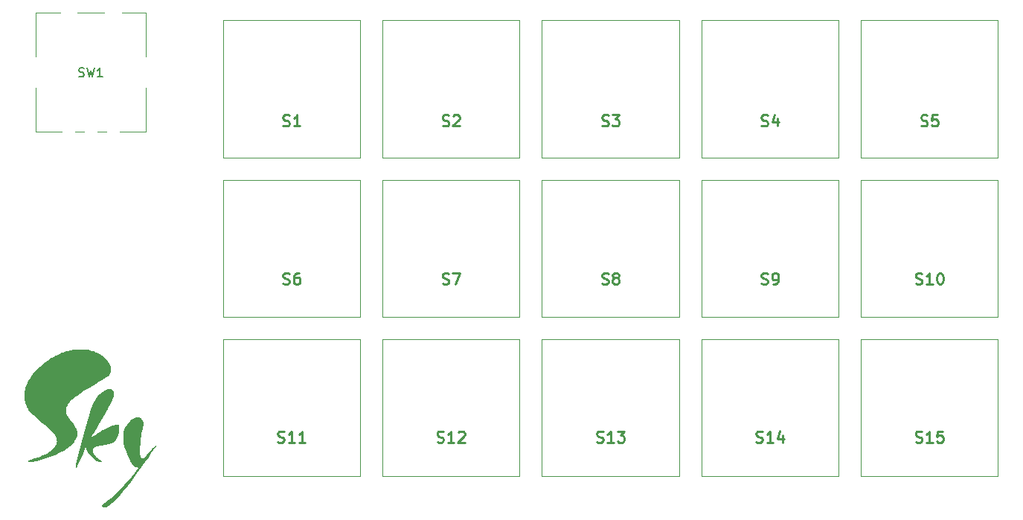
<source format=gbr>
%TF.GenerationSoftware,KiCad,Pcbnew,7.0.8-7.0.8~ubuntu23.04.1*%
%TF.CreationDate,2023-10-31T21:45:29+10:00*%
%TF.ProjectId,SkyMusicPad,536b794d-7573-4696-9350-61642e6b6963,rev?*%
%TF.SameCoordinates,Original*%
%TF.FileFunction,Legend,Top*%
%TF.FilePolarity,Positive*%
%FSLAX46Y46*%
G04 Gerber Fmt 4.6, Leading zero omitted, Abs format (unit mm)*
G04 Created by KiCad (PCBNEW 7.0.8-7.0.8~ubuntu23.04.1) date 2023-10-31 21:45:29*
%MOMM*%
%LPD*%
G01*
G04 APERTURE LIST*
%ADD10C,0.000000*%
%ADD11C,0.254000*%
%ADD12C,0.150000*%
%ADD13C,0.100000*%
%ADD14C,0.120000*%
G04 APERTURE END LIST*
D10*
G36*
X36843918Y-79692065D02*
G01*
X36867236Y-79693512D01*
X36890636Y-79696049D01*
X36914082Y-79699650D01*
X36960965Y-79709941D01*
X37007589Y-79724177D01*
X37053661Y-79742150D01*
X37098884Y-79763653D01*
X37142965Y-79788478D01*
X37185607Y-79816417D01*
X37226517Y-79847261D01*
X37265399Y-79880804D01*
X37301958Y-79916838D01*
X37335899Y-79955154D01*
X37366927Y-79995545D01*
X37394748Y-80037802D01*
X37419066Y-80081720D01*
X37439587Y-80127088D01*
X37457870Y-80174391D01*
X37473299Y-80219846D01*
X37479890Y-80242449D01*
X37485704Y-80265271D01*
X37490719Y-80288541D01*
X37494915Y-80312485D01*
X37498269Y-80337332D01*
X37500761Y-80363307D01*
X37502370Y-80390640D01*
X37503074Y-80419556D01*
X37502852Y-80450283D01*
X37501683Y-80483050D01*
X37499545Y-80518082D01*
X37496418Y-80555608D01*
X37487109Y-80639049D01*
X37473586Y-80735191D01*
X37455681Y-80845854D01*
X37433221Y-80972857D01*
X37406039Y-81118017D01*
X37373963Y-81283154D01*
X37294452Y-81680634D01*
X37253764Y-81892220D01*
X37219625Y-82093265D01*
X37191580Y-82288217D01*
X37169179Y-82481526D01*
X37151967Y-82677642D01*
X37139493Y-82881014D01*
X37131303Y-83096091D01*
X37126946Y-83327323D01*
X37124789Y-83592386D01*
X37125422Y-83799826D01*
X37129897Y-83958405D01*
X37133906Y-84022110D01*
X37139270Y-84076885D01*
X37146123Y-84123825D01*
X37154595Y-84164025D01*
X37164818Y-84198582D01*
X37176925Y-84228589D01*
X37191046Y-84255142D01*
X37207315Y-84279337D01*
X37225862Y-84302268D01*
X37246819Y-84325030D01*
X37260910Y-84338987D01*
X37275370Y-84352022D01*
X37290111Y-84364096D01*
X37305040Y-84375171D01*
X37320069Y-84385212D01*
X37335106Y-84394178D01*
X37350061Y-84402034D01*
X37364845Y-84408740D01*
X37379366Y-84414261D01*
X37393534Y-84418557D01*
X37407259Y-84421591D01*
X37420451Y-84423326D01*
X37433020Y-84423723D01*
X37439042Y-84423409D01*
X37444874Y-84422746D01*
X37450505Y-84421730D01*
X37455924Y-84420356D01*
X37461120Y-84418619D01*
X37466080Y-84416515D01*
X37477866Y-84409117D01*
X37494440Y-84395925D01*
X37515499Y-84377263D01*
X37540739Y-84353456D01*
X37569855Y-84324826D01*
X37602543Y-84291700D01*
X37677421Y-84213250D01*
X37762941Y-84120700D01*
X37856671Y-84016643D01*
X37956178Y-83903672D01*
X38059030Y-83784380D01*
X38244777Y-83570141D01*
X38409034Y-83388139D01*
X38551844Y-83238335D01*
X38615220Y-83175495D01*
X38673250Y-83120690D01*
X38725939Y-83073916D01*
X38773294Y-83035166D01*
X38815319Y-83004437D01*
X38852019Y-82981723D01*
X38883401Y-82967019D01*
X38909468Y-82960321D01*
X38920511Y-82959973D01*
X38930227Y-82961624D01*
X38938618Y-82965274D01*
X38945683Y-82970923D01*
X38947012Y-82978223D01*
X38943346Y-82992083D01*
X38921259Y-83039159D01*
X38879878Y-83111496D01*
X38819661Y-83208440D01*
X38644546Y-83473529D01*
X38399569Y-83829191D01*
X38088385Y-84270189D01*
X37714650Y-84791287D01*
X37282019Y-85387249D01*
X36794149Y-86052839D01*
X36397378Y-86588086D01*
X36041373Y-87059764D01*
X35718821Y-87476871D01*
X35422411Y-87848411D01*
X35144829Y-88183382D01*
X34878762Y-88490788D01*
X34616898Y-88779628D01*
X34351924Y-89058904D01*
X34203259Y-89209312D01*
X34061552Y-89346595D01*
X33926794Y-89470758D01*
X33798976Y-89581808D01*
X33678086Y-89679748D01*
X33564116Y-89764585D01*
X33457055Y-89836324D01*
X33356894Y-89894970D01*
X33263622Y-89940528D01*
X33177230Y-89973004D01*
X33136611Y-89984338D01*
X33097709Y-89992403D01*
X33060521Y-89997200D01*
X33025047Y-89998730D01*
X32991286Y-89996994D01*
X32959236Y-89991991D01*
X32928896Y-89983724D01*
X32900265Y-89972191D01*
X32873342Y-89957395D01*
X32848125Y-89939336D01*
X32824613Y-89918014D01*
X32802805Y-89893430D01*
X32802804Y-89893432D01*
X32789781Y-89876541D01*
X32784065Y-89868578D01*
X32778895Y-89860899D01*
X32774281Y-89853477D01*
X32770234Y-89846284D01*
X32766766Y-89839292D01*
X32763887Y-89832473D01*
X32761609Y-89825801D01*
X32759942Y-89819246D01*
X32758898Y-89812781D01*
X32758488Y-89806379D01*
X32758723Y-89800011D01*
X32759613Y-89793651D01*
X32761171Y-89787269D01*
X32763407Y-89780839D01*
X32766331Y-89774333D01*
X32769956Y-89767723D01*
X32774292Y-89760981D01*
X32779351Y-89754080D01*
X32785143Y-89746991D01*
X32791679Y-89739687D01*
X32798971Y-89732140D01*
X32807030Y-89724323D01*
X32815866Y-89716208D01*
X32825491Y-89707766D01*
X32847151Y-89689795D01*
X32872099Y-89670186D01*
X32900423Y-89648718D01*
X33091205Y-89500509D01*
X33301221Y-89327433D01*
X33766212Y-88919413D01*
X34269903Y-88450126D01*
X34786799Y-87945041D01*
X35291407Y-87429626D01*
X35758233Y-86929350D01*
X36161784Y-86469682D01*
X36331864Y-86263035D01*
X36476565Y-86076091D01*
X36639491Y-85854598D01*
X36772912Y-85668497D01*
X36824256Y-85594824D01*
X36863062Y-85537326D01*
X36887607Y-85498444D01*
X36893994Y-85486748D01*
X36896171Y-85480623D01*
X36895943Y-85478966D01*
X36895265Y-85477236D01*
X36894150Y-85475438D01*
X36892609Y-85473576D01*
X36890652Y-85471654D01*
X36888290Y-85469676D01*
X36885536Y-85467647D01*
X36882400Y-85465571D01*
X36875026Y-85461297D01*
X36866260Y-85456887D01*
X36856189Y-85452376D01*
X36844904Y-85447799D01*
X36832494Y-85443192D01*
X36819049Y-85438587D01*
X36804658Y-85434021D01*
X36789410Y-85429528D01*
X36773395Y-85425142D01*
X36756703Y-85420898D01*
X36739423Y-85416832D01*
X36721644Y-85412977D01*
X36692504Y-85406355D01*
X36664065Y-85398695D01*
X36636264Y-85389920D01*
X36609040Y-85379953D01*
X36582333Y-85368719D01*
X36556080Y-85356140D01*
X36530220Y-85342142D01*
X36504692Y-85326647D01*
X36479434Y-85309578D01*
X36454386Y-85290861D01*
X36429484Y-85270418D01*
X36404669Y-85248174D01*
X36379878Y-85224051D01*
X36355051Y-85197973D01*
X36330126Y-85169865D01*
X36305041Y-85139650D01*
X36279735Y-85107252D01*
X36254147Y-85072594D01*
X36228215Y-85035600D01*
X36201878Y-84996194D01*
X36147743Y-84909839D01*
X36091250Y-84812920D01*
X36031908Y-84704826D01*
X35969226Y-84584946D01*
X35902713Y-84452670D01*
X35831877Y-84307388D01*
X35675051Y-83965096D01*
X35540246Y-83635329D01*
X35427474Y-83317744D01*
X35336748Y-83011998D01*
X35268077Y-82717748D01*
X35221474Y-82434652D01*
X35196951Y-82162367D01*
X35194518Y-81900550D01*
X35214188Y-81648859D01*
X35255971Y-81406951D01*
X35319880Y-81174483D01*
X35405925Y-80951113D01*
X35514119Y-80736497D01*
X35644472Y-80530293D01*
X35796997Y-80332159D01*
X35971705Y-80141751D01*
X36017061Y-80098403D01*
X36065976Y-80055743D01*
X36117906Y-80014059D01*
X36172310Y-79973638D01*
X36228645Y-79934768D01*
X36286369Y-79897735D01*
X36344941Y-79862829D01*
X36403817Y-79830335D01*
X36462455Y-79800541D01*
X36520313Y-79773735D01*
X36576850Y-79750204D01*
X36631522Y-79730235D01*
X36683787Y-79714117D01*
X36733103Y-79702135D01*
X36778929Y-79694579D01*
X36820721Y-79691735D01*
X36843918Y-79692065D01*
G37*
G36*
X30600000Y-72000000D02*
G01*
X30742607Y-72004700D01*
X30879205Y-72013028D01*
X31010686Y-72025145D01*
X31137945Y-72041214D01*
X31261874Y-72061397D01*
X31383367Y-72085858D01*
X31503318Y-72114758D01*
X31622619Y-72148260D01*
X31742164Y-72186527D01*
X31862847Y-72229720D01*
X31985561Y-72278004D01*
X32111200Y-72331539D01*
X32240656Y-72390490D01*
X32387863Y-72463898D01*
X32530928Y-72543977D01*
X32669325Y-72630171D01*
X32802531Y-72721922D01*
X32930022Y-72818673D01*
X33051273Y-72919867D01*
X33165760Y-73024946D01*
X33272959Y-73133353D01*
X33372346Y-73244531D01*
X33463396Y-73357924D01*
X33545586Y-73472973D01*
X33618390Y-73589121D01*
X33681286Y-73705812D01*
X33733748Y-73822488D01*
X33775253Y-73938593D01*
X33805276Y-74053568D01*
X33816294Y-74116257D01*
X33823176Y-74179783D01*
X33826019Y-74243809D01*
X33824920Y-74307999D01*
X33819977Y-74372019D01*
X33811287Y-74435532D01*
X33798948Y-74498202D01*
X33783057Y-74559694D01*
X33763711Y-74619672D01*
X33741008Y-74677800D01*
X33715046Y-74733742D01*
X33685921Y-74787162D01*
X33653732Y-74837726D01*
X33618575Y-74885096D01*
X33580548Y-74928938D01*
X33539748Y-74968915D01*
X33498517Y-75003042D01*
X33440081Y-75046851D01*
X33274841Y-75161474D01*
X33050530Y-75308710D01*
X32773649Y-75484483D01*
X32450699Y-75684718D01*
X32088180Y-75905340D01*
X31692595Y-76142273D01*
X31270443Y-76391443D01*
X30760701Y-76697066D01*
X30321512Y-76975930D01*
X30126583Y-77106773D01*
X29947141Y-77232660D01*
X29782470Y-77354171D01*
X29631852Y-77471883D01*
X29494571Y-77586374D01*
X29369909Y-77698223D01*
X29257150Y-77808009D01*
X29155577Y-77916308D01*
X29064473Y-78023700D01*
X28983121Y-78130763D01*
X28910804Y-78238075D01*
X28846805Y-78346214D01*
X28792052Y-78451749D01*
X28768330Y-78502992D01*
X28747087Y-78553386D01*
X28728352Y-78603056D01*
X28712156Y-78652127D01*
X28698529Y-78700725D01*
X28687503Y-78748974D01*
X28679108Y-78797001D01*
X28673374Y-78844929D01*
X28670333Y-78892884D01*
X28670014Y-78940992D01*
X28672448Y-78989378D01*
X28677667Y-79038166D01*
X28685700Y-79087482D01*
X28696578Y-79137452D01*
X28710332Y-79188200D01*
X28726993Y-79239851D01*
X28746591Y-79292532D01*
X28769156Y-79346366D01*
X28794720Y-79401479D01*
X28823313Y-79457997D01*
X28889707Y-79575747D01*
X28968585Y-79700616D01*
X29060191Y-79833607D01*
X29164770Y-79975721D01*
X29282567Y-80127959D01*
X29461391Y-80358147D01*
X29537529Y-80459713D01*
X29605482Y-80553516D01*
X29665746Y-80640495D01*
X29718819Y-80721591D01*
X29765197Y-80797745D01*
X29805379Y-80869898D01*
X29839861Y-80938990D01*
X29869140Y-81005962D01*
X29893715Y-81071754D01*
X29914081Y-81137307D01*
X29930737Y-81203562D01*
X29944179Y-81271460D01*
X29954905Y-81341940D01*
X29963412Y-81415944D01*
X29968418Y-81470337D01*
X29972131Y-81520849D01*
X29974449Y-81568032D01*
X29975268Y-81612439D01*
X29974487Y-81654625D01*
X29972002Y-81695141D01*
X29967711Y-81734542D01*
X29961511Y-81773381D01*
X29953300Y-81812210D01*
X29942974Y-81851583D01*
X29930432Y-81892053D01*
X29915571Y-81934174D01*
X29898287Y-81978498D01*
X29878479Y-82025578D01*
X29856044Y-82075969D01*
X29830878Y-82130223D01*
X29787626Y-82214652D01*
X29736667Y-82301016D01*
X29678372Y-82388953D01*
X29613108Y-82478101D01*
X29541246Y-82568099D01*
X29463156Y-82658586D01*
X29379205Y-82749198D01*
X29289765Y-82839575D01*
X29195203Y-82929356D01*
X29095891Y-83018177D01*
X28992196Y-83105679D01*
X28884488Y-83191498D01*
X28773137Y-83275274D01*
X28658513Y-83356645D01*
X28540983Y-83435248D01*
X28420919Y-83510724D01*
X28243369Y-83613641D01*
X28047987Y-83717454D01*
X27837037Y-83821367D01*
X27612779Y-83924583D01*
X27377476Y-84026305D01*
X27133391Y-84125736D01*
X26627924Y-84314538D01*
X26114474Y-84484615D01*
X25860411Y-84560640D01*
X25611140Y-84629593D01*
X25368922Y-84690677D01*
X25136020Y-84743096D01*
X24914696Y-84786053D01*
X24707212Y-84818751D01*
X24606465Y-84831832D01*
X24564727Y-84836531D01*
X24528362Y-84839924D01*
X24497085Y-84841954D01*
X24470608Y-84842561D01*
X24448644Y-84841687D01*
X24430905Y-84839274D01*
X24417105Y-84835263D01*
X24411593Y-84832640D01*
X24406957Y-84829596D01*
X24403162Y-84826123D01*
X24400173Y-84822214D01*
X24397953Y-84817862D01*
X24396466Y-84813059D01*
X24395677Y-84807799D01*
X24395549Y-84802073D01*
X24397135Y-84789196D01*
X24400938Y-84774371D01*
X24406669Y-84757539D01*
X24406668Y-84757540D01*
X24410606Y-84745885D01*
X24413652Y-84734679D01*
X24415820Y-84723961D01*
X24417122Y-84713771D01*
X24417571Y-84704145D01*
X24417180Y-84695124D01*
X24416673Y-84690852D01*
X24415961Y-84686745D01*
X24415046Y-84682809D01*
X24413928Y-84679048D01*
X24412611Y-84675466D01*
X24411094Y-84672070D01*
X24409380Y-84668863D01*
X24407471Y-84665850D01*
X24405367Y-84663036D01*
X24403071Y-84660427D01*
X24400585Y-84658026D01*
X24397909Y-84655839D01*
X24395046Y-84653870D01*
X24391997Y-84652124D01*
X24388763Y-84650607D01*
X24385346Y-84649323D01*
X24381749Y-84648276D01*
X24377972Y-84647472D01*
X24374017Y-84646915D01*
X24369885Y-84646610D01*
X24366699Y-84646247D01*
X24365017Y-84645490D01*
X24364809Y-84644349D01*
X24366044Y-84642834D01*
X24372716Y-84638725D01*
X24384781Y-84633241D01*
X24401990Y-84626465D01*
X24424091Y-84618475D01*
X24481966Y-84599181D01*
X24556401Y-84576004D01*
X24645389Y-84549589D01*
X24746924Y-84520580D01*
X24859001Y-84489621D01*
X25167515Y-84399712D01*
X25461962Y-84301787D01*
X25741536Y-84196442D01*
X26005433Y-84084272D01*
X26252847Y-83965873D01*
X26482972Y-83841840D01*
X26695002Y-83712767D01*
X26888133Y-83579250D01*
X27061560Y-83441885D01*
X27214476Y-83301266D01*
X27346076Y-83157989D01*
X27455555Y-83012649D01*
X27542107Y-82865840D01*
X27576534Y-82792072D01*
X27604927Y-82718159D01*
X27627186Y-82644178D01*
X27643210Y-82570201D01*
X27652898Y-82496303D01*
X27656150Y-82422560D01*
X27652983Y-82317186D01*
X27648786Y-82266291D01*
X27642636Y-82216326D01*
X27634374Y-82167091D01*
X27623842Y-82118388D01*
X27610880Y-82070018D01*
X27595331Y-82021782D01*
X27577036Y-81973482D01*
X27555837Y-81924917D01*
X27531574Y-81875890D01*
X27504090Y-81826202D01*
X27473226Y-81775654D01*
X27438823Y-81724046D01*
X27400723Y-81671181D01*
X27358767Y-81616858D01*
X27312797Y-81560880D01*
X27262655Y-81503048D01*
X27149217Y-81381024D01*
X27017187Y-81249195D01*
X26865295Y-81105972D01*
X26692274Y-80949762D01*
X26496855Y-80778975D01*
X26277771Y-80592020D01*
X26033753Y-80387307D01*
X25629562Y-80045818D01*
X25286359Y-79745196D01*
X24998778Y-79479858D01*
X24874169Y-79358676D01*
X24761454Y-79244221D01*
X24659961Y-79135796D01*
X24569020Y-79032703D01*
X24487960Y-78934244D01*
X24416110Y-78839720D01*
X24352801Y-78748434D01*
X24297360Y-78659688D01*
X24249117Y-78572785D01*
X24207401Y-78487026D01*
X24131803Y-78304086D01*
X24069366Y-78118672D01*
X24019939Y-77931045D01*
X23983369Y-77741468D01*
X23959505Y-77550202D01*
X23948193Y-77357511D01*
X23949283Y-77163655D01*
X23962622Y-76968899D01*
X23988057Y-76773502D01*
X24025438Y-76577729D01*
X24074610Y-76381841D01*
X24135423Y-76186100D01*
X24207724Y-75990768D01*
X24291362Y-75796108D01*
X24386183Y-75602381D01*
X24492036Y-75409851D01*
X24608769Y-75218778D01*
X24736229Y-75029427D01*
X24874264Y-74842057D01*
X25022723Y-74656933D01*
X25181453Y-74474315D01*
X25350302Y-74294466D01*
X25529118Y-74117649D01*
X25717749Y-73944126D01*
X25916042Y-73774158D01*
X26123845Y-73608008D01*
X26341007Y-73445938D01*
X26567375Y-73288210D01*
X26802797Y-73135087D01*
X27047121Y-72986831D01*
X27300194Y-72843703D01*
X27561865Y-72705967D01*
X27738053Y-72618357D01*
X27907784Y-72537781D01*
X28071988Y-72463985D01*
X28231596Y-72396714D01*
X28387539Y-72335715D01*
X28540748Y-72280734D01*
X28692153Y-72231516D01*
X28842684Y-72187808D01*
X28993273Y-72149357D01*
X29144851Y-72115908D01*
X29298347Y-72087206D01*
X29454693Y-72062999D01*
X29614819Y-72043032D01*
X29779656Y-72027052D01*
X29950135Y-72014804D01*
X30127186Y-72006035D01*
X30293183Y-72000829D01*
X30450490Y-71998764D01*
X30600000Y-72000000D01*
G37*
G36*
X33750538Y-76499388D02*
G01*
X33788804Y-76504400D01*
X33825111Y-76512191D01*
X33859446Y-76522757D01*
X33891796Y-76536094D01*
X33922149Y-76552196D01*
X33950493Y-76571060D01*
X33976815Y-76592681D01*
X34001103Y-76617055D01*
X34023344Y-76644176D01*
X34043526Y-76674042D01*
X34061636Y-76706646D01*
X34077663Y-76741985D01*
X34091592Y-76780055D01*
X34103413Y-76820850D01*
X34113113Y-76864366D01*
X34120679Y-76910600D01*
X34126098Y-76959546D01*
X34129359Y-77011200D01*
X34130449Y-77065557D01*
X34127896Y-77144940D01*
X34119389Y-77226743D01*
X34103653Y-77313600D01*
X34079415Y-77408141D01*
X34045401Y-77512999D01*
X34000337Y-77630805D01*
X33942949Y-77764191D01*
X33871963Y-77915789D01*
X33786106Y-78088231D01*
X33684103Y-78284149D01*
X33564680Y-78506174D01*
X33426565Y-78756938D01*
X33268482Y-79039074D01*
X33089159Y-79355212D01*
X32661693Y-80100025D01*
X31923284Y-81390024D01*
X31698658Y-81790034D01*
X31616159Y-81945959D01*
X31616631Y-81947328D01*
X31618034Y-81948023D01*
X31620343Y-81948058D01*
X31623536Y-81947447D01*
X31632479Y-81944342D01*
X31644678Y-81938823D01*
X31659948Y-81931002D01*
X31678103Y-81920993D01*
X31698959Y-81908908D01*
X31722329Y-81894861D01*
X31748029Y-81878964D01*
X31775873Y-81861331D01*
X31837252Y-81821308D01*
X31904985Y-81775696D01*
X31977589Y-81725399D01*
X32149558Y-81608210D01*
X32328535Y-81492900D01*
X32512668Y-81380319D01*
X32700108Y-81271317D01*
X32889004Y-81166743D01*
X33077507Y-81067446D01*
X33263767Y-80974277D01*
X33445933Y-80888084D01*
X33622155Y-80809717D01*
X33790583Y-80740026D01*
X33949366Y-80679860D01*
X34096656Y-80630068D01*
X34230601Y-80591501D01*
X34349352Y-80565008D01*
X34451058Y-80551437D01*
X34533870Y-80551640D01*
X34727594Y-80571271D01*
X34720658Y-81064911D01*
X34716943Y-81207722D01*
X34713696Y-81271878D01*
X34709325Y-81332090D01*
X34703682Y-81389028D01*
X34696620Y-81443358D01*
X34687989Y-81495749D01*
X34677642Y-81546868D01*
X34665430Y-81597384D01*
X34651205Y-81647964D01*
X34634819Y-81699276D01*
X34616124Y-81751988D01*
X34594972Y-81806768D01*
X34571214Y-81864284D01*
X34515288Y-81990193D01*
X34490306Y-82043335D01*
X34465351Y-82094008D01*
X34440413Y-82142226D01*
X34415485Y-82188002D01*
X34390556Y-82231348D01*
X34365618Y-82272277D01*
X34340660Y-82310803D01*
X34315674Y-82346939D01*
X34290650Y-82380696D01*
X34265580Y-82412089D01*
X34240454Y-82441130D01*
X34215262Y-82467832D01*
X34189995Y-82492208D01*
X34164645Y-82514271D01*
X34139202Y-82534034D01*
X34113656Y-82551511D01*
X34065452Y-82579910D01*
X34010142Y-82608248D01*
X33948241Y-82636381D01*
X33880266Y-82664168D01*
X33806735Y-82691466D01*
X33728165Y-82718133D01*
X33645072Y-82744027D01*
X33557973Y-82769005D01*
X33467386Y-82792926D01*
X33373827Y-82815646D01*
X33277814Y-82837024D01*
X33179862Y-82856918D01*
X33080491Y-82875185D01*
X32980215Y-82891683D01*
X32879553Y-82906269D01*
X32779020Y-82918802D01*
X32580187Y-82944291D01*
X32490821Y-82958034D01*
X32407881Y-82972534D01*
X32331159Y-82987861D01*
X32260448Y-83004081D01*
X32195542Y-83021265D01*
X32136234Y-83039480D01*
X32082316Y-83058796D01*
X32033583Y-83079280D01*
X31989826Y-83101001D01*
X31950841Y-83124028D01*
X31916418Y-83148429D01*
X31886353Y-83174273D01*
X31860437Y-83201629D01*
X31838464Y-83230564D01*
X31818210Y-83262674D01*
X31800471Y-83295228D01*
X31785245Y-83328222D01*
X31772529Y-83361651D01*
X31762321Y-83395509D01*
X31754618Y-83429793D01*
X31749418Y-83464496D01*
X31746718Y-83499614D01*
X31746516Y-83535141D01*
X31748810Y-83571073D01*
X31753598Y-83607404D01*
X31760876Y-83644130D01*
X31770642Y-83681246D01*
X31782895Y-83718745D01*
X31797631Y-83756625D01*
X31814848Y-83794878D01*
X31834544Y-83833501D01*
X31856716Y-83872488D01*
X31881362Y-83911834D01*
X31908479Y-83951535D01*
X31938066Y-83991584D01*
X31970119Y-84031978D01*
X32004636Y-84072711D01*
X32041615Y-84113778D01*
X32081054Y-84155174D01*
X32122949Y-84196893D01*
X32214101Y-84281285D01*
X32315051Y-84366911D01*
X32425781Y-84453733D01*
X32539373Y-84540588D01*
X32585820Y-84577138D01*
X32625697Y-84609541D01*
X32659249Y-84638125D01*
X32686722Y-84663219D01*
X32708364Y-84685151D01*
X32724420Y-84704249D01*
X32730430Y-84712838D01*
X32735136Y-84720841D01*
X32738569Y-84728300D01*
X32740760Y-84735256D01*
X32741738Y-84741750D01*
X32741536Y-84747822D01*
X32740184Y-84753515D01*
X32737713Y-84758868D01*
X32734153Y-84763923D01*
X32729535Y-84768721D01*
X32717249Y-84777711D01*
X32701101Y-84786164D01*
X32681339Y-84794411D01*
X32648299Y-84803768D01*
X32611808Y-84807983D01*
X32572108Y-84807251D01*
X32529440Y-84801770D01*
X32484048Y-84791738D01*
X32436174Y-84777350D01*
X32386060Y-84758804D01*
X32333948Y-84736297D01*
X32224701Y-84680189D01*
X32110371Y-84610601D01*
X31992897Y-84529109D01*
X31874218Y-84437290D01*
X31756272Y-84336720D01*
X31640998Y-84228975D01*
X31530335Y-84115632D01*
X31426221Y-83998266D01*
X31330594Y-83878453D01*
X31245394Y-83757771D01*
X31207310Y-83697596D01*
X31172559Y-83637795D01*
X31141384Y-83578564D01*
X31114028Y-83520101D01*
X30948193Y-83140833D01*
X30532953Y-84042155D01*
X30363346Y-84414006D01*
X30208502Y-84760183D01*
X30085530Y-85042013D01*
X30011539Y-85220820D01*
X29991390Y-85271122D01*
X29971328Y-85316743D01*
X29951520Y-85357553D01*
X29932133Y-85393421D01*
X29913335Y-85424217D01*
X29895293Y-85449811D01*
X29878175Y-85470071D01*
X29870015Y-85478161D01*
X29862148Y-85484868D01*
X29854596Y-85490177D01*
X29847380Y-85494071D01*
X29840520Y-85496534D01*
X29834037Y-85497550D01*
X29827953Y-85497102D01*
X29822288Y-85495173D01*
X29817063Y-85491748D01*
X29812299Y-85486811D01*
X29808018Y-85480345D01*
X29804239Y-85472333D01*
X29800984Y-85462760D01*
X29798275Y-85451608D01*
X29796131Y-85438863D01*
X29794573Y-85424507D01*
X29793302Y-85390897D01*
X29793297Y-85390897D01*
X29851992Y-85070800D01*
X30010190Y-84406310D01*
X30517761Y-82446486D01*
X31101352Y-80316080D01*
X31354573Y-79438363D01*
X31546301Y-78819747D01*
X31618069Y-78613427D01*
X31691984Y-78418344D01*
X31768276Y-78234180D01*
X31847173Y-78060619D01*
X31928904Y-77897342D01*
X32013697Y-77744031D01*
X32101782Y-77600370D01*
X32193386Y-77466039D01*
X32288740Y-77340721D01*
X32388072Y-77224099D01*
X32491610Y-77115855D01*
X32599584Y-77015671D01*
X32712221Y-76923229D01*
X32829752Y-76838211D01*
X32952404Y-76760301D01*
X33080407Y-76689180D01*
X33203828Y-76628967D01*
X33320008Y-76580085D01*
X33428847Y-76542500D01*
X33480483Y-76527932D01*
X33530246Y-76516174D01*
X33578124Y-76507222D01*
X33624105Y-76501072D01*
X33668175Y-76497720D01*
X33710324Y-76497160D01*
X33750538Y-76499388D01*
G37*
D11*
X70927618Y-82513842D02*
X71109047Y-82574318D01*
X71109047Y-82574318D02*
X71411428Y-82574318D01*
X71411428Y-82574318D02*
X71532380Y-82513842D01*
X71532380Y-82513842D02*
X71592856Y-82453365D01*
X71592856Y-82453365D02*
X71653333Y-82332413D01*
X71653333Y-82332413D02*
X71653333Y-82211461D01*
X71653333Y-82211461D02*
X71592856Y-82090508D01*
X71592856Y-82090508D02*
X71532380Y-82030032D01*
X71532380Y-82030032D02*
X71411428Y-81969556D01*
X71411428Y-81969556D02*
X71169523Y-81909080D01*
X71169523Y-81909080D02*
X71048571Y-81848603D01*
X71048571Y-81848603D02*
X70988094Y-81788127D01*
X70988094Y-81788127D02*
X70927618Y-81667175D01*
X70927618Y-81667175D02*
X70927618Y-81546222D01*
X70927618Y-81546222D02*
X70988094Y-81425270D01*
X70988094Y-81425270D02*
X71048571Y-81364794D01*
X71048571Y-81364794D02*
X71169523Y-81304318D01*
X71169523Y-81304318D02*
X71471904Y-81304318D01*
X71471904Y-81304318D02*
X71653333Y-81364794D01*
X72862857Y-82574318D02*
X72137142Y-82574318D01*
X72499999Y-82574318D02*
X72499999Y-81304318D01*
X72499999Y-81304318D02*
X72379047Y-81485746D01*
X72379047Y-81485746D02*
X72258095Y-81606699D01*
X72258095Y-81606699D02*
X72137142Y-81667175D01*
X73346666Y-81425270D02*
X73407142Y-81364794D01*
X73407142Y-81364794D02*
X73528095Y-81304318D01*
X73528095Y-81304318D02*
X73830476Y-81304318D01*
X73830476Y-81304318D02*
X73951428Y-81364794D01*
X73951428Y-81364794D02*
X74011904Y-81425270D01*
X74011904Y-81425270D02*
X74072381Y-81546222D01*
X74072381Y-81546222D02*
X74072381Y-81667175D01*
X74072381Y-81667175D02*
X74011904Y-81848603D01*
X74011904Y-81848603D02*
X73286190Y-82574318D01*
X73286190Y-82574318D02*
X74072381Y-82574318D01*
X52777618Y-82513842D02*
X52959047Y-82574318D01*
X52959047Y-82574318D02*
X53261428Y-82574318D01*
X53261428Y-82574318D02*
X53382380Y-82513842D01*
X53382380Y-82513842D02*
X53442856Y-82453365D01*
X53442856Y-82453365D02*
X53503333Y-82332413D01*
X53503333Y-82332413D02*
X53503333Y-82211461D01*
X53503333Y-82211461D02*
X53442856Y-82090508D01*
X53442856Y-82090508D02*
X53382380Y-82030032D01*
X53382380Y-82030032D02*
X53261428Y-81969556D01*
X53261428Y-81969556D02*
X53019523Y-81909080D01*
X53019523Y-81909080D02*
X52898571Y-81848603D01*
X52898571Y-81848603D02*
X52838094Y-81788127D01*
X52838094Y-81788127D02*
X52777618Y-81667175D01*
X52777618Y-81667175D02*
X52777618Y-81546222D01*
X52777618Y-81546222D02*
X52838094Y-81425270D01*
X52838094Y-81425270D02*
X52898571Y-81364794D01*
X52898571Y-81364794D02*
X53019523Y-81304318D01*
X53019523Y-81304318D02*
X53321904Y-81304318D01*
X53321904Y-81304318D02*
X53503333Y-81364794D01*
X54712857Y-82574318D02*
X53987142Y-82574318D01*
X54349999Y-82574318D02*
X54349999Y-81304318D01*
X54349999Y-81304318D02*
X54229047Y-81485746D01*
X54229047Y-81485746D02*
X54108095Y-81606699D01*
X54108095Y-81606699D02*
X53987142Y-81667175D01*
X55922381Y-82574318D02*
X55196666Y-82574318D01*
X55559523Y-82574318D02*
X55559523Y-81304318D01*
X55559523Y-81304318D02*
X55438571Y-81485746D01*
X55438571Y-81485746D02*
X55317619Y-81606699D01*
X55317619Y-81606699D02*
X55196666Y-81667175D01*
X107832380Y-64513842D02*
X108013809Y-64574318D01*
X108013809Y-64574318D02*
X108316190Y-64574318D01*
X108316190Y-64574318D02*
X108437142Y-64513842D01*
X108437142Y-64513842D02*
X108497618Y-64453365D01*
X108497618Y-64453365D02*
X108558095Y-64332413D01*
X108558095Y-64332413D02*
X108558095Y-64211461D01*
X108558095Y-64211461D02*
X108497618Y-64090508D01*
X108497618Y-64090508D02*
X108437142Y-64030032D01*
X108437142Y-64030032D02*
X108316190Y-63969556D01*
X108316190Y-63969556D02*
X108074285Y-63909080D01*
X108074285Y-63909080D02*
X107953333Y-63848603D01*
X107953333Y-63848603D02*
X107892856Y-63788127D01*
X107892856Y-63788127D02*
X107832380Y-63667175D01*
X107832380Y-63667175D02*
X107832380Y-63546222D01*
X107832380Y-63546222D02*
X107892856Y-63425270D01*
X107892856Y-63425270D02*
X107953333Y-63364794D01*
X107953333Y-63364794D02*
X108074285Y-63304318D01*
X108074285Y-63304318D02*
X108376666Y-63304318D01*
X108376666Y-63304318D02*
X108558095Y-63364794D01*
X109162857Y-64574318D02*
X109404761Y-64574318D01*
X109404761Y-64574318D02*
X109525714Y-64513842D01*
X109525714Y-64513842D02*
X109586190Y-64453365D01*
X109586190Y-64453365D02*
X109707142Y-64271937D01*
X109707142Y-64271937D02*
X109767619Y-64030032D01*
X109767619Y-64030032D02*
X109767619Y-63546222D01*
X109767619Y-63546222D02*
X109707142Y-63425270D01*
X109707142Y-63425270D02*
X109646666Y-63364794D01*
X109646666Y-63364794D02*
X109525714Y-63304318D01*
X109525714Y-63304318D02*
X109283809Y-63304318D01*
X109283809Y-63304318D02*
X109162857Y-63364794D01*
X109162857Y-63364794D02*
X109102380Y-63425270D01*
X109102380Y-63425270D02*
X109041904Y-63546222D01*
X109041904Y-63546222D02*
X109041904Y-63848603D01*
X109041904Y-63848603D02*
X109102380Y-63969556D01*
X109102380Y-63969556D02*
X109162857Y-64030032D01*
X109162857Y-64030032D02*
X109283809Y-64090508D01*
X109283809Y-64090508D02*
X109525714Y-64090508D01*
X109525714Y-64090508D02*
X109646666Y-64030032D01*
X109646666Y-64030032D02*
X109707142Y-63969556D01*
X109707142Y-63969556D02*
X109767619Y-63848603D01*
X107832380Y-46513842D02*
X108013809Y-46574318D01*
X108013809Y-46574318D02*
X108316190Y-46574318D01*
X108316190Y-46574318D02*
X108437142Y-46513842D01*
X108437142Y-46513842D02*
X108497618Y-46453365D01*
X108497618Y-46453365D02*
X108558095Y-46332413D01*
X108558095Y-46332413D02*
X108558095Y-46211461D01*
X108558095Y-46211461D02*
X108497618Y-46090508D01*
X108497618Y-46090508D02*
X108437142Y-46030032D01*
X108437142Y-46030032D02*
X108316190Y-45969556D01*
X108316190Y-45969556D02*
X108074285Y-45909080D01*
X108074285Y-45909080D02*
X107953333Y-45848603D01*
X107953333Y-45848603D02*
X107892856Y-45788127D01*
X107892856Y-45788127D02*
X107832380Y-45667175D01*
X107832380Y-45667175D02*
X107832380Y-45546222D01*
X107832380Y-45546222D02*
X107892856Y-45425270D01*
X107892856Y-45425270D02*
X107953333Y-45364794D01*
X107953333Y-45364794D02*
X108074285Y-45304318D01*
X108074285Y-45304318D02*
X108376666Y-45304318D01*
X108376666Y-45304318D02*
X108558095Y-45364794D01*
X109646666Y-45727651D02*
X109646666Y-46574318D01*
X109344285Y-45243842D02*
X109041904Y-46150984D01*
X109041904Y-46150984D02*
X109828095Y-46150984D01*
X89682380Y-46513842D02*
X89863809Y-46574318D01*
X89863809Y-46574318D02*
X90166190Y-46574318D01*
X90166190Y-46574318D02*
X90287142Y-46513842D01*
X90287142Y-46513842D02*
X90347618Y-46453365D01*
X90347618Y-46453365D02*
X90408095Y-46332413D01*
X90408095Y-46332413D02*
X90408095Y-46211461D01*
X90408095Y-46211461D02*
X90347618Y-46090508D01*
X90347618Y-46090508D02*
X90287142Y-46030032D01*
X90287142Y-46030032D02*
X90166190Y-45969556D01*
X90166190Y-45969556D02*
X89924285Y-45909080D01*
X89924285Y-45909080D02*
X89803333Y-45848603D01*
X89803333Y-45848603D02*
X89742856Y-45788127D01*
X89742856Y-45788127D02*
X89682380Y-45667175D01*
X89682380Y-45667175D02*
X89682380Y-45546222D01*
X89682380Y-45546222D02*
X89742856Y-45425270D01*
X89742856Y-45425270D02*
X89803333Y-45364794D01*
X89803333Y-45364794D02*
X89924285Y-45304318D01*
X89924285Y-45304318D02*
X90226666Y-45304318D01*
X90226666Y-45304318D02*
X90408095Y-45364794D01*
X90831428Y-45304318D02*
X91617619Y-45304318D01*
X91617619Y-45304318D02*
X91194285Y-45788127D01*
X91194285Y-45788127D02*
X91375714Y-45788127D01*
X91375714Y-45788127D02*
X91496666Y-45848603D01*
X91496666Y-45848603D02*
X91557142Y-45909080D01*
X91557142Y-45909080D02*
X91617619Y-46030032D01*
X91617619Y-46030032D02*
X91617619Y-46332413D01*
X91617619Y-46332413D02*
X91557142Y-46453365D01*
X91557142Y-46453365D02*
X91496666Y-46513842D01*
X91496666Y-46513842D02*
X91375714Y-46574318D01*
X91375714Y-46574318D02*
X91012857Y-46574318D01*
X91012857Y-46574318D02*
X90891904Y-46513842D01*
X90891904Y-46513842D02*
X90831428Y-46453365D01*
X53382380Y-64513842D02*
X53563809Y-64574318D01*
X53563809Y-64574318D02*
X53866190Y-64574318D01*
X53866190Y-64574318D02*
X53987142Y-64513842D01*
X53987142Y-64513842D02*
X54047618Y-64453365D01*
X54047618Y-64453365D02*
X54108095Y-64332413D01*
X54108095Y-64332413D02*
X54108095Y-64211461D01*
X54108095Y-64211461D02*
X54047618Y-64090508D01*
X54047618Y-64090508D02*
X53987142Y-64030032D01*
X53987142Y-64030032D02*
X53866190Y-63969556D01*
X53866190Y-63969556D02*
X53624285Y-63909080D01*
X53624285Y-63909080D02*
X53503333Y-63848603D01*
X53503333Y-63848603D02*
X53442856Y-63788127D01*
X53442856Y-63788127D02*
X53382380Y-63667175D01*
X53382380Y-63667175D02*
X53382380Y-63546222D01*
X53382380Y-63546222D02*
X53442856Y-63425270D01*
X53442856Y-63425270D02*
X53503333Y-63364794D01*
X53503333Y-63364794D02*
X53624285Y-63304318D01*
X53624285Y-63304318D02*
X53926666Y-63304318D01*
X53926666Y-63304318D02*
X54108095Y-63364794D01*
X55196666Y-63304318D02*
X54954761Y-63304318D01*
X54954761Y-63304318D02*
X54833809Y-63364794D01*
X54833809Y-63364794D02*
X54773333Y-63425270D01*
X54773333Y-63425270D02*
X54652380Y-63606699D01*
X54652380Y-63606699D02*
X54591904Y-63848603D01*
X54591904Y-63848603D02*
X54591904Y-64332413D01*
X54591904Y-64332413D02*
X54652380Y-64453365D01*
X54652380Y-64453365D02*
X54712857Y-64513842D01*
X54712857Y-64513842D02*
X54833809Y-64574318D01*
X54833809Y-64574318D02*
X55075714Y-64574318D01*
X55075714Y-64574318D02*
X55196666Y-64513842D01*
X55196666Y-64513842D02*
X55257142Y-64453365D01*
X55257142Y-64453365D02*
X55317619Y-64332413D01*
X55317619Y-64332413D02*
X55317619Y-64030032D01*
X55317619Y-64030032D02*
X55257142Y-63909080D01*
X55257142Y-63909080D02*
X55196666Y-63848603D01*
X55196666Y-63848603D02*
X55075714Y-63788127D01*
X55075714Y-63788127D02*
X54833809Y-63788127D01*
X54833809Y-63788127D02*
X54712857Y-63848603D01*
X54712857Y-63848603D02*
X54652380Y-63909080D01*
X54652380Y-63909080D02*
X54591904Y-64030032D01*
X107227618Y-82513842D02*
X107409047Y-82574318D01*
X107409047Y-82574318D02*
X107711428Y-82574318D01*
X107711428Y-82574318D02*
X107832380Y-82513842D01*
X107832380Y-82513842D02*
X107892856Y-82453365D01*
X107892856Y-82453365D02*
X107953333Y-82332413D01*
X107953333Y-82332413D02*
X107953333Y-82211461D01*
X107953333Y-82211461D02*
X107892856Y-82090508D01*
X107892856Y-82090508D02*
X107832380Y-82030032D01*
X107832380Y-82030032D02*
X107711428Y-81969556D01*
X107711428Y-81969556D02*
X107469523Y-81909080D01*
X107469523Y-81909080D02*
X107348571Y-81848603D01*
X107348571Y-81848603D02*
X107288094Y-81788127D01*
X107288094Y-81788127D02*
X107227618Y-81667175D01*
X107227618Y-81667175D02*
X107227618Y-81546222D01*
X107227618Y-81546222D02*
X107288094Y-81425270D01*
X107288094Y-81425270D02*
X107348571Y-81364794D01*
X107348571Y-81364794D02*
X107469523Y-81304318D01*
X107469523Y-81304318D02*
X107771904Y-81304318D01*
X107771904Y-81304318D02*
X107953333Y-81364794D01*
X109162857Y-82574318D02*
X108437142Y-82574318D01*
X108799999Y-82574318D02*
X108799999Y-81304318D01*
X108799999Y-81304318D02*
X108679047Y-81485746D01*
X108679047Y-81485746D02*
X108558095Y-81606699D01*
X108558095Y-81606699D02*
X108437142Y-81667175D01*
X110251428Y-81727651D02*
X110251428Y-82574318D01*
X109949047Y-81243842D02*
X109646666Y-82150984D01*
X109646666Y-82150984D02*
X110432857Y-82150984D01*
X89682380Y-64513842D02*
X89863809Y-64574318D01*
X89863809Y-64574318D02*
X90166190Y-64574318D01*
X90166190Y-64574318D02*
X90287142Y-64513842D01*
X90287142Y-64513842D02*
X90347618Y-64453365D01*
X90347618Y-64453365D02*
X90408095Y-64332413D01*
X90408095Y-64332413D02*
X90408095Y-64211461D01*
X90408095Y-64211461D02*
X90347618Y-64090508D01*
X90347618Y-64090508D02*
X90287142Y-64030032D01*
X90287142Y-64030032D02*
X90166190Y-63969556D01*
X90166190Y-63969556D02*
X89924285Y-63909080D01*
X89924285Y-63909080D02*
X89803333Y-63848603D01*
X89803333Y-63848603D02*
X89742856Y-63788127D01*
X89742856Y-63788127D02*
X89682380Y-63667175D01*
X89682380Y-63667175D02*
X89682380Y-63546222D01*
X89682380Y-63546222D02*
X89742856Y-63425270D01*
X89742856Y-63425270D02*
X89803333Y-63364794D01*
X89803333Y-63364794D02*
X89924285Y-63304318D01*
X89924285Y-63304318D02*
X90226666Y-63304318D01*
X90226666Y-63304318D02*
X90408095Y-63364794D01*
X91133809Y-63848603D02*
X91012857Y-63788127D01*
X91012857Y-63788127D02*
X90952380Y-63727651D01*
X90952380Y-63727651D02*
X90891904Y-63606699D01*
X90891904Y-63606699D02*
X90891904Y-63546222D01*
X90891904Y-63546222D02*
X90952380Y-63425270D01*
X90952380Y-63425270D02*
X91012857Y-63364794D01*
X91012857Y-63364794D02*
X91133809Y-63304318D01*
X91133809Y-63304318D02*
X91375714Y-63304318D01*
X91375714Y-63304318D02*
X91496666Y-63364794D01*
X91496666Y-63364794D02*
X91557142Y-63425270D01*
X91557142Y-63425270D02*
X91617619Y-63546222D01*
X91617619Y-63546222D02*
X91617619Y-63606699D01*
X91617619Y-63606699D02*
X91557142Y-63727651D01*
X91557142Y-63727651D02*
X91496666Y-63788127D01*
X91496666Y-63788127D02*
X91375714Y-63848603D01*
X91375714Y-63848603D02*
X91133809Y-63848603D01*
X91133809Y-63848603D02*
X91012857Y-63909080D01*
X91012857Y-63909080D02*
X90952380Y-63969556D01*
X90952380Y-63969556D02*
X90891904Y-64090508D01*
X90891904Y-64090508D02*
X90891904Y-64332413D01*
X90891904Y-64332413D02*
X90952380Y-64453365D01*
X90952380Y-64453365D02*
X91012857Y-64513842D01*
X91012857Y-64513842D02*
X91133809Y-64574318D01*
X91133809Y-64574318D02*
X91375714Y-64574318D01*
X91375714Y-64574318D02*
X91496666Y-64513842D01*
X91496666Y-64513842D02*
X91557142Y-64453365D01*
X91557142Y-64453365D02*
X91617619Y-64332413D01*
X91617619Y-64332413D02*
X91617619Y-64090508D01*
X91617619Y-64090508D02*
X91557142Y-63969556D01*
X91557142Y-63969556D02*
X91496666Y-63909080D01*
X91496666Y-63909080D02*
X91375714Y-63848603D01*
D12*
X30166667Y-40907200D02*
X30309524Y-40954819D01*
X30309524Y-40954819D02*
X30547619Y-40954819D01*
X30547619Y-40954819D02*
X30642857Y-40907200D01*
X30642857Y-40907200D02*
X30690476Y-40859580D01*
X30690476Y-40859580D02*
X30738095Y-40764342D01*
X30738095Y-40764342D02*
X30738095Y-40669104D01*
X30738095Y-40669104D02*
X30690476Y-40573866D01*
X30690476Y-40573866D02*
X30642857Y-40526247D01*
X30642857Y-40526247D02*
X30547619Y-40478628D01*
X30547619Y-40478628D02*
X30357143Y-40431009D01*
X30357143Y-40431009D02*
X30261905Y-40383390D01*
X30261905Y-40383390D02*
X30214286Y-40335771D01*
X30214286Y-40335771D02*
X30166667Y-40240533D01*
X30166667Y-40240533D02*
X30166667Y-40145295D01*
X30166667Y-40145295D02*
X30214286Y-40050057D01*
X30214286Y-40050057D02*
X30261905Y-40002438D01*
X30261905Y-40002438D02*
X30357143Y-39954819D01*
X30357143Y-39954819D02*
X30595238Y-39954819D01*
X30595238Y-39954819D02*
X30738095Y-40002438D01*
X31071429Y-39954819D02*
X31309524Y-40954819D01*
X31309524Y-40954819D02*
X31500000Y-40240533D01*
X31500000Y-40240533D02*
X31690476Y-40954819D01*
X31690476Y-40954819D02*
X31928572Y-39954819D01*
X32833333Y-40954819D02*
X32261905Y-40954819D01*
X32547619Y-40954819D02*
X32547619Y-39954819D01*
X32547619Y-39954819D02*
X32452381Y-40097676D01*
X32452381Y-40097676D02*
X32357143Y-40192914D01*
X32357143Y-40192914D02*
X32261905Y-40240533D01*
D11*
X125377618Y-82513842D02*
X125559047Y-82574318D01*
X125559047Y-82574318D02*
X125861428Y-82574318D01*
X125861428Y-82574318D02*
X125982380Y-82513842D01*
X125982380Y-82513842D02*
X126042856Y-82453365D01*
X126042856Y-82453365D02*
X126103333Y-82332413D01*
X126103333Y-82332413D02*
X126103333Y-82211461D01*
X126103333Y-82211461D02*
X126042856Y-82090508D01*
X126042856Y-82090508D02*
X125982380Y-82030032D01*
X125982380Y-82030032D02*
X125861428Y-81969556D01*
X125861428Y-81969556D02*
X125619523Y-81909080D01*
X125619523Y-81909080D02*
X125498571Y-81848603D01*
X125498571Y-81848603D02*
X125438094Y-81788127D01*
X125438094Y-81788127D02*
X125377618Y-81667175D01*
X125377618Y-81667175D02*
X125377618Y-81546222D01*
X125377618Y-81546222D02*
X125438094Y-81425270D01*
X125438094Y-81425270D02*
X125498571Y-81364794D01*
X125498571Y-81364794D02*
X125619523Y-81304318D01*
X125619523Y-81304318D02*
X125921904Y-81304318D01*
X125921904Y-81304318D02*
X126103333Y-81364794D01*
X127312857Y-82574318D02*
X126587142Y-82574318D01*
X126949999Y-82574318D02*
X126949999Y-81304318D01*
X126949999Y-81304318D02*
X126829047Y-81485746D01*
X126829047Y-81485746D02*
X126708095Y-81606699D01*
X126708095Y-81606699D02*
X126587142Y-81667175D01*
X128461904Y-81304318D02*
X127857142Y-81304318D01*
X127857142Y-81304318D02*
X127796666Y-81909080D01*
X127796666Y-81909080D02*
X127857142Y-81848603D01*
X127857142Y-81848603D02*
X127978095Y-81788127D01*
X127978095Y-81788127D02*
X128280476Y-81788127D01*
X128280476Y-81788127D02*
X128401428Y-81848603D01*
X128401428Y-81848603D02*
X128461904Y-81909080D01*
X128461904Y-81909080D02*
X128522381Y-82030032D01*
X128522381Y-82030032D02*
X128522381Y-82332413D01*
X128522381Y-82332413D02*
X128461904Y-82453365D01*
X128461904Y-82453365D02*
X128401428Y-82513842D01*
X128401428Y-82513842D02*
X128280476Y-82574318D01*
X128280476Y-82574318D02*
X127978095Y-82574318D01*
X127978095Y-82574318D02*
X127857142Y-82513842D01*
X127857142Y-82513842D02*
X127796666Y-82453365D01*
X89077618Y-82513842D02*
X89259047Y-82574318D01*
X89259047Y-82574318D02*
X89561428Y-82574318D01*
X89561428Y-82574318D02*
X89682380Y-82513842D01*
X89682380Y-82513842D02*
X89742856Y-82453365D01*
X89742856Y-82453365D02*
X89803333Y-82332413D01*
X89803333Y-82332413D02*
X89803333Y-82211461D01*
X89803333Y-82211461D02*
X89742856Y-82090508D01*
X89742856Y-82090508D02*
X89682380Y-82030032D01*
X89682380Y-82030032D02*
X89561428Y-81969556D01*
X89561428Y-81969556D02*
X89319523Y-81909080D01*
X89319523Y-81909080D02*
X89198571Y-81848603D01*
X89198571Y-81848603D02*
X89138094Y-81788127D01*
X89138094Y-81788127D02*
X89077618Y-81667175D01*
X89077618Y-81667175D02*
X89077618Y-81546222D01*
X89077618Y-81546222D02*
X89138094Y-81425270D01*
X89138094Y-81425270D02*
X89198571Y-81364794D01*
X89198571Y-81364794D02*
X89319523Y-81304318D01*
X89319523Y-81304318D02*
X89621904Y-81304318D01*
X89621904Y-81304318D02*
X89803333Y-81364794D01*
X91012857Y-82574318D02*
X90287142Y-82574318D01*
X90649999Y-82574318D02*
X90649999Y-81304318D01*
X90649999Y-81304318D02*
X90529047Y-81485746D01*
X90529047Y-81485746D02*
X90408095Y-81606699D01*
X90408095Y-81606699D02*
X90287142Y-81667175D01*
X91436190Y-81304318D02*
X92222381Y-81304318D01*
X92222381Y-81304318D02*
X91799047Y-81788127D01*
X91799047Y-81788127D02*
X91980476Y-81788127D01*
X91980476Y-81788127D02*
X92101428Y-81848603D01*
X92101428Y-81848603D02*
X92161904Y-81909080D01*
X92161904Y-81909080D02*
X92222381Y-82030032D01*
X92222381Y-82030032D02*
X92222381Y-82332413D01*
X92222381Y-82332413D02*
X92161904Y-82453365D01*
X92161904Y-82453365D02*
X92101428Y-82513842D01*
X92101428Y-82513842D02*
X91980476Y-82574318D01*
X91980476Y-82574318D02*
X91617619Y-82574318D01*
X91617619Y-82574318D02*
X91496666Y-82513842D01*
X91496666Y-82513842D02*
X91436190Y-82453365D01*
X125982380Y-46513842D02*
X126163809Y-46574318D01*
X126163809Y-46574318D02*
X126466190Y-46574318D01*
X126466190Y-46574318D02*
X126587142Y-46513842D01*
X126587142Y-46513842D02*
X126647618Y-46453365D01*
X126647618Y-46453365D02*
X126708095Y-46332413D01*
X126708095Y-46332413D02*
X126708095Y-46211461D01*
X126708095Y-46211461D02*
X126647618Y-46090508D01*
X126647618Y-46090508D02*
X126587142Y-46030032D01*
X126587142Y-46030032D02*
X126466190Y-45969556D01*
X126466190Y-45969556D02*
X126224285Y-45909080D01*
X126224285Y-45909080D02*
X126103333Y-45848603D01*
X126103333Y-45848603D02*
X126042856Y-45788127D01*
X126042856Y-45788127D02*
X125982380Y-45667175D01*
X125982380Y-45667175D02*
X125982380Y-45546222D01*
X125982380Y-45546222D02*
X126042856Y-45425270D01*
X126042856Y-45425270D02*
X126103333Y-45364794D01*
X126103333Y-45364794D02*
X126224285Y-45304318D01*
X126224285Y-45304318D02*
X126526666Y-45304318D01*
X126526666Y-45304318D02*
X126708095Y-45364794D01*
X127857142Y-45304318D02*
X127252380Y-45304318D01*
X127252380Y-45304318D02*
X127191904Y-45909080D01*
X127191904Y-45909080D02*
X127252380Y-45848603D01*
X127252380Y-45848603D02*
X127373333Y-45788127D01*
X127373333Y-45788127D02*
X127675714Y-45788127D01*
X127675714Y-45788127D02*
X127796666Y-45848603D01*
X127796666Y-45848603D02*
X127857142Y-45909080D01*
X127857142Y-45909080D02*
X127917619Y-46030032D01*
X127917619Y-46030032D02*
X127917619Y-46332413D01*
X127917619Y-46332413D02*
X127857142Y-46453365D01*
X127857142Y-46453365D02*
X127796666Y-46513842D01*
X127796666Y-46513842D02*
X127675714Y-46574318D01*
X127675714Y-46574318D02*
X127373333Y-46574318D01*
X127373333Y-46574318D02*
X127252380Y-46513842D01*
X127252380Y-46513842D02*
X127191904Y-46453365D01*
X71532380Y-46513842D02*
X71713809Y-46574318D01*
X71713809Y-46574318D02*
X72016190Y-46574318D01*
X72016190Y-46574318D02*
X72137142Y-46513842D01*
X72137142Y-46513842D02*
X72197618Y-46453365D01*
X72197618Y-46453365D02*
X72258095Y-46332413D01*
X72258095Y-46332413D02*
X72258095Y-46211461D01*
X72258095Y-46211461D02*
X72197618Y-46090508D01*
X72197618Y-46090508D02*
X72137142Y-46030032D01*
X72137142Y-46030032D02*
X72016190Y-45969556D01*
X72016190Y-45969556D02*
X71774285Y-45909080D01*
X71774285Y-45909080D02*
X71653333Y-45848603D01*
X71653333Y-45848603D02*
X71592856Y-45788127D01*
X71592856Y-45788127D02*
X71532380Y-45667175D01*
X71532380Y-45667175D02*
X71532380Y-45546222D01*
X71532380Y-45546222D02*
X71592856Y-45425270D01*
X71592856Y-45425270D02*
X71653333Y-45364794D01*
X71653333Y-45364794D02*
X71774285Y-45304318D01*
X71774285Y-45304318D02*
X72076666Y-45304318D01*
X72076666Y-45304318D02*
X72258095Y-45364794D01*
X72741904Y-45425270D02*
X72802380Y-45364794D01*
X72802380Y-45364794D02*
X72923333Y-45304318D01*
X72923333Y-45304318D02*
X73225714Y-45304318D01*
X73225714Y-45304318D02*
X73346666Y-45364794D01*
X73346666Y-45364794D02*
X73407142Y-45425270D01*
X73407142Y-45425270D02*
X73467619Y-45546222D01*
X73467619Y-45546222D02*
X73467619Y-45667175D01*
X73467619Y-45667175D02*
X73407142Y-45848603D01*
X73407142Y-45848603D02*
X72681428Y-46574318D01*
X72681428Y-46574318D02*
X73467619Y-46574318D01*
X53382380Y-46513842D02*
X53563809Y-46574318D01*
X53563809Y-46574318D02*
X53866190Y-46574318D01*
X53866190Y-46574318D02*
X53987142Y-46513842D01*
X53987142Y-46513842D02*
X54047618Y-46453365D01*
X54047618Y-46453365D02*
X54108095Y-46332413D01*
X54108095Y-46332413D02*
X54108095Y-46211461D01*
X54108095Y-46211461D02*
X54047618Y-46090508D01*
X54047618Y-46090508D02*
X53987142Y-46030032D01*
X53987142Y-46030032D02*
X53866190Y-45969556D01*
X53866190Y-45969556D02*
X53624285Y-45909080D01*
X53624285Y-45909080D02*
X53503333Y-45848603D01*
X53503333Y-45848603D02*
X53442856Y-45788127D01*
X53442856Y-45788127D02*
X53382380Y-45667175D01*
X53382380Y-45667175D02*
X53382380Y-45546222D01*
X53382380Y-45546222D02*
X53442856Y-45425270D01*
X53442856Y-45425270D02*
X53503333Y-45364794D01*
X53503333Y-45364794D02*
X53624285Y-45304318D01*
X53624285Y-45304318D02*
X53926666Y-45304318D01*
X53926666Y-45304318D02*
X54108095Y-45364794D01*
X55317619Y-46574318D02*
X54591904Y-46574318D01*
X54954761Y-46574318D02*
X54954761Y-45304318D01*
X54954761Y-45304318D02*
X54833809Y-45485746D01*
X54833809Y-45485746D02*
X54712857Y-45606699D01*
X54712857Y-45606699D02*
X54591904Y-45667175D01*
X71532380Y-64513842D02*
X71713809Y-64574318D01*
X71713809Y-64574318D02*
X72016190Y-64574318D01*
X72016190Y-64574318D02*
X72137142Y-64513842D01*
X72137142Y-64513842D02*
X72197618Y-64453365D01*
X72197618Y-64453365D02*
X72258095Y-64332413D01*
X72258095Y-64332413D02*
X72258095Y-64211461D01*
X72258095Y-64211461D02*
X72197618Y-64090508D01*
X72197618Y-64090508D02*
X72137142Y-64030032D01*
X72137142Y-64030032D02*
X72016190Y-63969556D01*
X72016190Y-63969556D02*
X71774285Y-63909080D01*
X71774285Y-63909080D02*
X71653333Y-63848603D01*
X71653333Y-63848603D02*
X71592856Y-63788127D01*
X71592856Y-63788127D02*
X71532380Y-63667175D01*
X71532380Y-63667175D02*
X71532380Y-63546222D01*
X71532380Y-63546222D02*
X71592856Y-63425270D01*
X71592856Y-63425270D02*
X71653333Y-63364794D01*
X71653333Y-63364794D02*
X71774285Y-63304318D01*
X71774285Y-63304318D02*
X72076666Y-63304318D01*
X72076666Y-63304318D02*
X72258095Y-63364794D01*
X72681428Y-63304318D02*
X73528095Y-63304318D01*
X73528095Y-63304318D02*
X72983809Y-64574318D01*
X125377618Y-64513842D02*
X125559047Y-64574318D01*
X125559047Y-64574318D02*
X125861428Y-64574318D01*
X125861428Y-64574318D02*
X125982380Y-64513842D01*
X125982380Y-64513842D02*
X126042856Y-64453365D01*
X126042856Y-64453365D02*
X126103333Y-64332413D01*
X126103333Y-64332413D02*
X126103333Y-64211461D01*
X126103333Y-64211461D02*
X126042856Y-64090508D01*
X126042856Y-64090508D02*
X125982380Y-64030032D01*
X125982380Y-64030032D02*
X125861428Y-63969556D01*
X125861428Y-63969556D02*
X125619523Y-63909080D01*
X125619523Y-63909080D02*
X125498571Y-63848603D01*
X125498571Y-63848603D02*
X125438094Y-63788127D01*
X125438094Y-63788127D02*
X125377618Y-63667175D01*
X125377618Y-63667175D02*
X125377618Y-63546222D01*
X125377618Y-63546222D02*
X125438094Y-63425270D01*
X125438094Y-63425270D02*
X125498571Y-63364794D01*
X125498571Y-63364794D02*
X125619523Y-63304318D01*
X125619523Y-63304318D02*
X125921904Y-63304318D01*
X125921904Y-63304318D02*
X126103333Y-63364794D01*
X127312857Y-64574318D02*
X126587142Y-64574318D01*
X126949999Y-64574318D02*
X126949999Y-63304318D01*
X126949999Y-63304318D02*
X126829047Y-63485746D01*
X126829047Y-63485746D02*
X126708095Y-63606699D01*
X126708095Y-63606699D02*
X126587142Y-63667175D01*
X128099047Y-63304318D02*
X128220000Y-63304318D01*
X128220000Y-63304318D02*
X128340952Y-63364794D01*
X128340952Y-63364794D02*
X128401428Y-63425270D01*
X128401428Y-63425270D02*
X128461904Y-63546222D01*
X128461904Y-63546222D02*
X128522381Y-63788127D01*
X128522381Y-63788127D02*
X128522381Y-64090508D01*
X128522381Y-64090508D02*
X128461904Y-64332413D01*
X128461904Y-64332413D02*
X128401428Y-64453365D01*
X128401428Y-64453365D02*
X128340952Y-64513842D01*
X128340952Y-64513842D02*
X128220000Y-64574318D01*
X128220000Y-64574318D02*
X128099047Y-64574318D01*
X128099047Y-64574318D02*
X127978095Y-64513842D01*
X127978095Y-64513842D02*
X127917619Y-64453365D01*
X127917619Y-64453365D02*
X127857142Y-64332413D01*
X127857142Y-64332413D02*
X127796666Y-64090508D01*
X127796666Y-64090508D02*
X127796666Y-63788127D01*
X127796666Y-63788127D02*
X127857142Y-63546222D01*
X127857142Y-63546222D02*
X127917619Y-63425270D01*
X127917619Y-63425270D02*
X127978095Y-63364794D01*
X127978095Y-63364794D02*
X128099047Y-63304318D01*
D13*
%TO.C,S12*%
X64700000Y-70850000D02*
X80300000Y-70850000D01*
X64700000Y-86450000D02*
X64700000Y-70850000D01*
X80300000Y-70850000D02*
X80300000Y-86450000D01*
X80300000Y-86450000D02*
X64700000Y-86450000D01*
%TO.C,S11*%
X46550000Y-70850000D02*
X62150000Y-70850000D01*
X46550000Y-86450000D02*
X46550000Y-70850000D01*
X62150000Y-70850000D02*
X62150000Y-86450000D01*
X62150000Y-86450000D02*
X46550000Y-86450000D01*
%TO.C,S9*%
X101000000Y-52700000D02*
X116600000Y-52700000D01*
X101000000Y-68300000D02*
X101000000Y-52700000D01*
X116600000Y-52700000D02*
X116600000Y-68300000D01*
X116600000Y-68300000D02*
X101000000Y-68300000D01*
%TO.C,S4*%
X101000000Y-34550000D02*
X116600000Y-34550000D01*
X101000000Y-50150000D02*
X101000000Y-34550000D01*
X116600000Y-34550000D02*
X116600000Y-50150000D01*
X116600000Y-50150000D02*
X101000000Y-50150000D01*
%TO.C,S3*%
X82850000Y-34550000D02*
X98450000Y-34550000D01*
X82850000Y-50150000D02*
X82850000Y-34550000D01*
X98450000Y-34550000D02*
X98450000Y-50150000D01*
X98450000Y-50150000D02*
X82850000Y-50150000D01*
%TO.C,S6*%
X46550000Y-52700000D02*
X62150000Y-52700000D01*
X46550000Y-68300000D02*
X46550000Y-52700000D01*
X62150000Y-52700000D02*
X62150000Y-68300000D01*
X62150000Y-68300000D02*
X46550000Y-68300000D01*
%TO.C,S14*%
X101000000Y-70850000D02*
X116600000Y-70850000D01*
X101000000Y-86450000D02*
X101000000Y-70850000D01*
X116600000Y-70850000D02*
X116600000Y-86450000D01*
X116600000Y-86450000D02*
X101000000Y-86450000D01*
%TO.C,S8*%
X82850000Y-52700000D02*
X98450000Y-52700000D01*
X82850000Y-68300000D02*
X82850000Y-52700000D01*
X98450000Y-52700000D02*
X98450000Y-68300000D01*
X98450000Y-68300000D02*
X82850000Y-68300000D01*
D14*
%TO.C,SW1*%
X25200000Y-47250000D02*
X25200000Y-42200000D01*
X28200000Y-47250000D02*
X25200000Y-47250000D01*
X29750000Y-47250000D02*
X30750000Y-47250000D01*
X32250000Y-47250000D02*
X33250000Y-47250000D01*
X34800000Y-47250000D02*
X37800000Y-47250000D01*
X37800000Y-42200000D02*
X37800000Y-47250000D01*
X25200000Y-38700000D02*
X25200000Y-33650000D01*
X25200000Y-33650000D02*
X28000000Y-33650000D01*
X30000000Y-33650000D02*
X33000000Y-33650000D01*
X35100000Y-33650000D02*
X37800000Y-33650000D01*
X37800000Y-33650000D02*
X37800000Y-38700000D01*
D13*
%TO.C,S15*%
X119150000Y-70850000D02*
X134750000Y-70850000D01*
X119150000Y-86450000D02*
X119150000Y-70850000D01*
X134750000Y-70850000D02*
X134750000Y-86450000D01*
X134750000Y-86450000D02*
X119150000Y-86450000D01*
%TO.C,S13*%
X82850000Y-70850000D02*
X98450000Y-70850000D01*
X82850000Y-86450000D02*
X82850000Y-70850000D01*
X98450000Y-70850000D02*
X98450000Y-86450000D01*
X98450000Y-86450000D02*
X82850000Y-86450000D01*
%TO.C,S5*%
X119150000Y-34550000D02*
X134750000Y-34550000D01*
X119150000Y-50150000D02*
X119150000Y-34550000D01*
X134750000Y-34550000D02*
X134750000Y-50150000D01*
X134750000Y-50150000D02*
X119150000Y-50150000D01*
%TO.C,S2*%
X64700000Y-34550000D02*
X80300000Y-34550000D01*
X64700000Y-50150000D02*
X64700000Y-34550000D01*
X80300000Y-34550000D02*
X80300000Y-50150000D01*
X80300000Y-50150000D02*
X64700000Y-50150000D01*
%TO.C,S1*%
X46550000Y-34550000D02*
X62150000Y-34550000D01*
X46550000Y-50150000D02*
X46550000Y-34550000D01*
X62150000Y-34550000D02*
X62150000Y-50150000D01*
X62150000Y-50150000D02*
X46550000Y-50150000D01*
%TO.C,S7*%
X64700000Y-52700000D02*
X80300000Y-52700000D01*
X64700000Y-68300000D02*
X64700000Y-52700000D01*
X80300000Y-52700000D02*
X80300000Y-68300000D01*
X80300000Y-68300000D02*
X64700000Y-68300000D01*
%TO.C,S10*%
X119150000Y-52700000D02*
X134750000Y-52700000D01*
X119150000Y-68300000D02*
X119150000Y-52700000D01*
X134750000Y-52700000D02*
X134750000Y-68300000D01*
X134750000Y-68300000D02*
X119150000Y-68300000D01*
%TD*%
M02*

</source>
